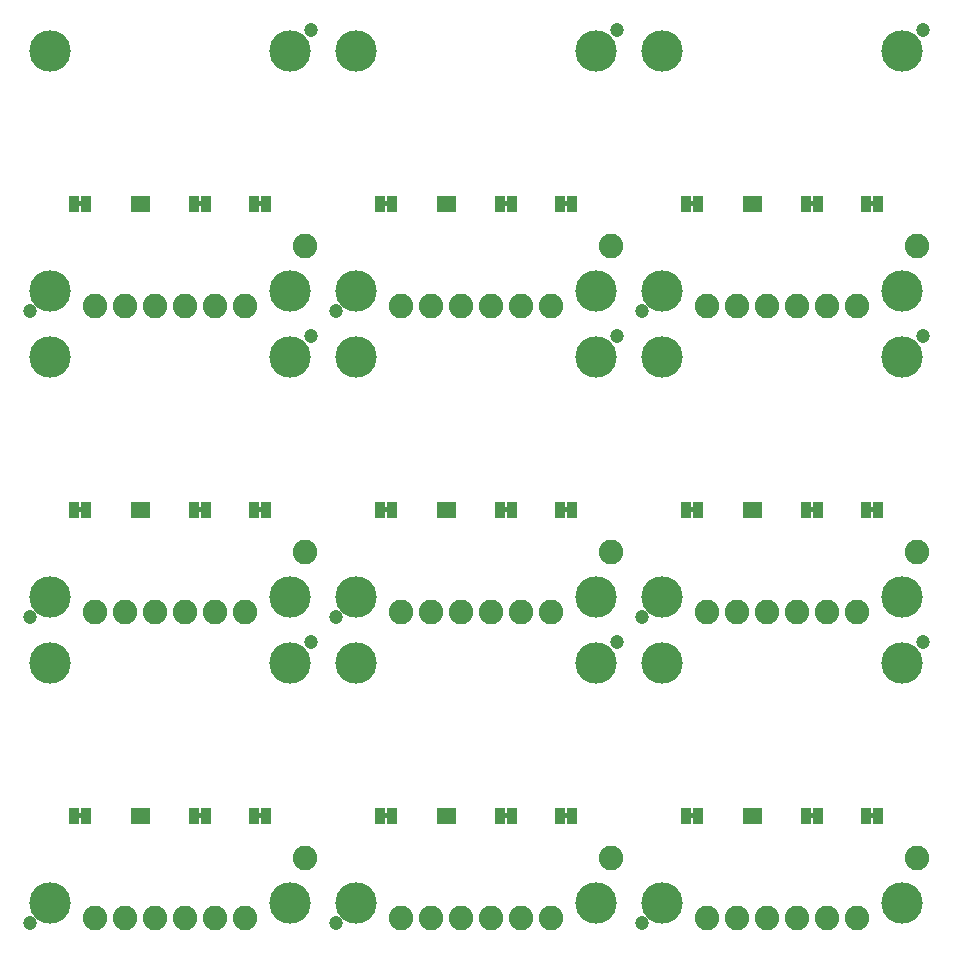
<source format=gbs>
G75*
%MOIN*%
%OFA0B0*%
%FSLAX25Y25*%
%IPPOS*%
%LPD*%
%AMOC8*
5,1,8,0,0,1.08239X$1,22.5*
%
%ADD10C,0.04737*%
%ADD11R,0.03300X0.05800*%
%ADD12C,0.00500*%
%ADD13C,0.08200*%
%ADD14C,0.13800*%
D10*
X0064269Y0031875D03*
X0166269Y0031875D03*
X0268269Y0031875D03*
X0260019Y0125625D03*
X0268269Y0133875D03*
X0362019Y0125625D03*
X0362019Y0227625D03*
X0268269Y0235875D03*
X0260019Y0227625D03*
X0166269Y0235875D03*
X0158019Y0227625D03*
X0064269Y0235875D03*
X0158019Y0329625D03*
X0260019Y0329625D03*
X0362019Y0329625D03*
X0166269Y0133875D03*
X0158019Y0125625D03*
X0064269Y0133875D03*
D11*
X0079144Y0169750D03*
X0083144Y0169750D03*
X0099544Y0169750D03*
X0102744Y0169750D03*
X0119144Y0169750D03*
X0123144Y0169750D03*
X0139144Y0169750D03*
X0143144Y0169750D03*
X0181144Y0169750D03*
X0185144Y0169750D03*
X0201544Y0169750D03*
X0204744Y0169750D03*
X0221144Y0169750D03*
X0225144Y0169750D03*
X0241144Y0169750D03*
X0245144Y0169750D03*
X0283144Y0169750D03*
X0287144Y0169750D03*
X0303544Y0169750D03*
X0306744Y0169750D03*
X0323144Y0169750D03*
X0327144Y0169750D03*
X0343144Y0169750D03*
X0347144Y0169750D03*
X0347144Y0271750D03*
X0343144Y0271750D03*
X0327144Y0271750D03*
X0323144Y0271750D03*
X0306744Y0271750D03*
X0303544Y0271750D03*
X0287144Y0271750D03*
X0283144Y0271750D03*
X0245144Y0271750D03*
X0241144Y0271750D03*
X0225144Y0271750D03*
X0221144Y0271750D03*
X0204744Y0271750D03*
X0201544Y0271750D03*
X0185144Y0271750D03*
X0181144Y0271750D03*
X0143144Y0271750D03*
X0139144Y0271750D03*
X0123144Y0271750D03*
X0119144Y0271750D03*
X0102744Y0271750D03*
X0099544Y0271750D03*
X0083144Y0271750D03*
X0079144Y0271750D03*
X0079144Y0067750D03*
X0083144Y0067750D03*
X0099544Y0067750D03*
X0102744Y0067750D03*
X0119144Y0067750D03*
X0123144Y0067750D03*
X0139144Y0067750D03*
X0143144Y0067750D03*
X0181144Y0067750D03*
X0185144Y0067750D03*
X0201544Y0067750D03*
X0204744Y0067750D03*
X0221144Y0067750D03*
X0225144Y0067750D03*
X0241144Y0067750D03*
X0245144Y0067750D03*
X0283144Y0067750D03*
X0287144Y0067750D03*
X0303544Y0067750D03*
X0306744Y0067750D03*
X0323144Y0067750D03*
X0327144Y0067750D03*
X0343144Y0067750D03*
X0347144Y0067750D03*
D12*
X0345894Y0067634D02*
X0344394Y0067634D01*
X0344394Y0067250D02*
X0345894Y0067250D01*
X0345894Y0068250D01*
X0344394Y0068250D01*
X0344394Y0067250D01*
X0344394Y0068132D02*
X0345894Y0068132D01*
X0325894Y0068132D02*
X0324394Y0068132D01*
X0324394Y0068250D02*
X0324394Y0067250D01*
X0325894Y0067250D01*
X0325894Y0068250D01*
X0324394Y0068250D01*
X0324394Y0067634D02*
X0325894Y0067634D01*
X0285894Y0067634D02*
X0284394Y0067634D01*
X0284394Y0067250D02*
X0285894Y0067250D01*
X0285894Y0068250D01*
X0284394Y0068250D01*
X0284394Y0067250D01*
X0284394Y0068132D02*
X0285894Y0068132D01*
X0243894Y0068132D02*
X0242394Y0068132D01*
X0242394Y0068250D02*
X0242394Y0067250D01*
X0243894Y0067250D01*
X0243894Y0068250D01*
X0242394Y0068250D01*
X0242394Y0067634D02*
X0243894Y0067634D01*
X0223894Y0067634D02*
X0222394Y0067634D01*
X0222394Y0067250D02*
X0223894Y0067250D01*
X0223894Y0068250D01*
X0222394Y0068250D01*
X0222394Y0067250D01*
X0222394Y0068132D02*
X0223894Y0068132D01*
X0183894Y0068132D02*
X0182394Y0068132D01*
X0182394Y0068250D02*
X0182394Y0067250D01*
X0183894Y0067250D01*
X0183894Y0068250D01*
X0182394Y0068250D01*
X0182394Y0067634D02*
X0183894Y0067634D01*
X0141894Y0067634D02*
X0140394Y0067634D01*
X0140394Y0067250D02*
X0141894Y0067250D01*
X0141894Y0068250D01*
X0140394Y0068250D01*
X0140394Y0067250D01*
X0140394Y0068132D02*
X0141894Y0068132D01*
X0121894Y0068132D02*
X0120394Y0068132D01*
X0120394Y0068250D02*
X0120394Y0067250D01*
X0121894Y0067250D01*
X0121894Y0068250D01*
X0120394Y0068250D01*
X0120394Y0067634D02*
X0121894Y0067634D01*
X0081894Y0067634D02*
X0080394Y0067634D01*
X0080394Y0067250D02*
X0081894Y0067250D01*
X0081894Y0068250D01*
X0080394Y0068250D01*
X0080394Y0067250D01*
X0080394Y0068132D02*
X0081894Y0068132D01*
X0081894Y0169250D02*
X0081894Y0170250D01*
X0080394Y0170250D01*
X0080394Y0169250D01*
X0081894Y0169250D01*
X0081894Y0169330D02*
X0080394Y0169330D01*
X0080394Y0169829D02*
X0081894Y0169829D01*
X0120394Y0169829D02*
X0121894Y0169829D01*
X0121894Y0170250D02*
X0121894Y0169250D01*
X0120394Y0169250D01*
X0120394Y0170250D01*
X0121894Y0170250D01*
X0121894Y0169330D02*
X0120394Y0169330D01*
X0140394Y0169330D02*
X0141894Y0169330D01*
X0141894Y0169250D02*
X0141894Y0170250D01*
X0140394Y0170250D01*
X0140394Y0169250D01*
X0141894Y0169250D01*
X0141894Y0169829D02*
X0140394Y0169829D01*
X0182394Y0169829D02*
X0183894Y0169829D01*
X0183894Y0170250D02*
X0183894Y0169250D01*
X0182394Y0169250D01*
X0182394Y0170250D01*
X0183894Y0170250D01*
X0183894Y0169330D02*
X0182394Y0169330D01*
X0222394Y0169330D02*
X0223894Y0169330D01*
X0223894Y0169250D02*
X0223894Y0170250D01*
X0222394Y0170250D01*
X0222394Y0169250D01*
X0223894Y0169250D01*
X0223894Y0169829D02*
X0222394Y0169829D01*
X0242394Y0169829D02*
X0243894Y0169829D01*
X0243894Y0170250D02*
X0243894Y0169250D01*
X0242394Y0169250D01*
X0242394Y0170250D01*
X0243894Y0170250D01*
X0243894Y0169330D02*
X0242394Y0169330D01*
X0284394Y0169330D02*
X0285894Y0169330D01*
X0285894Y0169250D02*
X0285894Y0170250D01*
X0284394Y0170250D01*
X0284394Y0169250D01*
X0285894Y0169250D01*
X0285894Y0169829D02*
X0284394Y0169829D01*
X0324394Y0169829D02*
X0325894Y0169829D01*
X0325894Y0170250D02*
X0325894Y0169250D01*
X0324394Y0169250D01*
X0324394Y0170250D01*
X0325894Y0170250D01*
X0325894Y0169330D02*
X0324394Y0169330D01*
X0344394Y0169330D02*
X0345894Y0169330D01*
X0345894Y0169250D02*
X0345894Y0170250D01*
X0344394Y0170250D01*
X0344394Y0169250D01*
X0345894Y0169250D01*
X0345894Y0169829D02*
X0344394Y0169829D01*
X0344394Y0271250D02*
X0345894Y0271250D01*
X0345894Y0272250D01*
X0344394Y0272250D01*
X0344394Y0271250D01*
X0344394Y0271525D02*
X0345894Y0271525D01*
X0345894Y0272024D02*
X0344394Y0272024D01*
X0325894Y0272024D02*
X0324394Y0272024D01*
X0324394Y0272250D02*
X0324394Y0271250D01*
X0325894Y0271250D01*
X0325894Y0272250D01*
X0324394Y0272250D01*
X0324394Y0271525D02*
X0325894Y0271525D01*
X0285894Y0271525D02*
X0284394Y0271525D01*
X0284394Y0271250D02*
X0285894Y0271250D01*
X0285894Y0272250D01*
X0284394Y0272250D01*
X0284394Y0271250D01*
X0284394Y0272024D02*
X0285894Y0272024D01*
X0243894Y0272024D02*
X0242394Y0272024D01*
X0242394Y0272250D02*
X0242394Y0271250D01*
X0243894Y0271250D01*
X0243894Y0272250D01*
X0242394Y0272250D01*
X0242394Y0271525D02*
X0243894Y0271525D01*
X0223894Y0271525D02*
X0222394Y0271525D01*
X0222394Y0271250D02*
X0223894Y0271250D01*
X0223894Y0272250D01*
X0222394Y0272250D01*
X0222394Y0271250D01*
X0222394Y0272024D02*
X0223894Y0272024D01*
X0183894Y0272024D02*
X0182394Y0272024D01*
X0182394Y0272250D02*
X0182394Y0271250D01*
X0183894Y0271250D01*
X0183894Y0272250D01*
X0182394Y0272250D01*
X0182394Y0271525D02*
X0183894Y0271525D01*
X0141894Y0271525D02*
X0140394Y0271525D01*
X0140394Y0271250D02*
X0141894Y0271250D01*
X0141894Y0272250D01*
X0140394Y0272250D01*
X0140394Y0271250D01*
X0140394Y0272024D02*
X0141894Y0272024D01*
X0121894Y0272024D02*
X0120394Y0272024D01*
X0120394Y0272250D02*
X0120394Y0271250D01*
X0121894Y0271250D01*
X0121894Y0272250D01*
X0120394Y0272250D01*
X0120394Y0271525D02*
X0121894Y0271525D01*
X0081894Y0271525D02*
X0080394Y0271525D01*
X0080394Y0271250D02*
X0081894Y0271250D01*
X0081894Y0272250D01*
X0080394Y0272250D01*
X0080394Y0271250D01*
X0080394Y0272024D02*
X0081894Y0272024D01*
D13*
X0086144Y0237750D03*
X0096144Y0237750D03*
X0106144Y0237750D03*
X0116144Y0237750D03*
X0126144Y0237750D03*
X0136144Y0237750D03*
X0156144Y0257750D03*
X0188144Y0237750D03*
X0198144Y0237750D03*
X0208144Y0237750D03*
X0218144Y0237750D03*
X0228144Y0237750D03*
X0238144Y0237750D03*
X0258144Y0257750D03*
X0290144Y0237750D03*
X0300144Y0237750D03*
X0310144Y0237750D03*
X0320144Y0237750D03*
X0330144Y0237750D03*
X0340144Y0237750D03*
X0360144Y0257750D03*
X0360144Y0155750D03*
X0340144Y0135750D03*
X0330144Y0135750D03*
X0320144Y0135750D03*
X0310144Y0135750D03*
X0300144Y0135750D03*
X0290144Y0135750D03*
X0258144Y0155750D03*
X0238144Y0135750D03*
X0228144Y0135750D03*
X0218144Y0135750D03*
X0208144Y0135750D03*
X0198144Y0135750D03*
X0188144Y0135750D03*
X0156144Y0155750D03*
X0136144Y0135750D03*
X0126144Y0135750D03*
X0116144Y0135750D03*
X0106144Y0135750D03*
X0096144Y0135750D03*
X0086144Y0135750D03*
X0156144Y0053750D03*
X0136144Y0033750D03*
X0126144Y0033750D03*
X0116144Y0033750D03*
X0106144Y0033750D03*
X0096144Y0033750D03*
X0086144Y0033750D03*
X0188144Y0033750D03*
X0198144Y0033750D03*
X0208144Y0033750D03*
X0218144Y0033750D03*
X0228144Y0033750D03*
X0238144Y0033750D03*
X0258144Y0053750D03*
X0290144Y0033750D03*
X0300144Y0033750D03*
X0310144Y0033750D03*
X0320144Y0033750D03*
X0330144Y0033750D03*
X0340144Y0033750D03*
X0360144Y0053750D03*
D14*
X0355144Y0038750D03*
X0275144Y0038750D03*
X0253144Y0038750D03*
X0173144Y0038750D03*
X0151144Y0038750D03*
X0071144Y0038750D03*
X0071144Y0118750D03*
X0071144Y0140750D03*
X0151144Y0140750D03*
X0173144Y0140750D03*
X0173144Y0118750D03*
X0151144Y0118750D03*
X0253144Y0118750D03*
X0275144Y0118750D03*
X0275144Y0140750D03*
X0253144Y0140750D03*
X0253144Y0220750D03*
X0275144Y0220750D03*
X0275144Y0242750D03*
X0253144Y0242750D03*
X0173144Y0242750D03*
X0151144Y0242750D03*
X0151144Y0220750D03*
X0173144Y0220750D03*
X0071144Y0220750D03*
X0071144Y0242750D03*
X0071144Y0322750D03*
X0151144Y0322750D03*
X0173144Y0322750D03*
X0253144Y0322750D03*
X0275144Y0322750D03*
X0355144Y0322750D03*
X0355144Y0242750D03*
X0355144Y0220750D03*
X0355144Y0140750D03*
X0355144Y0118750D03*
M02*

</source>
